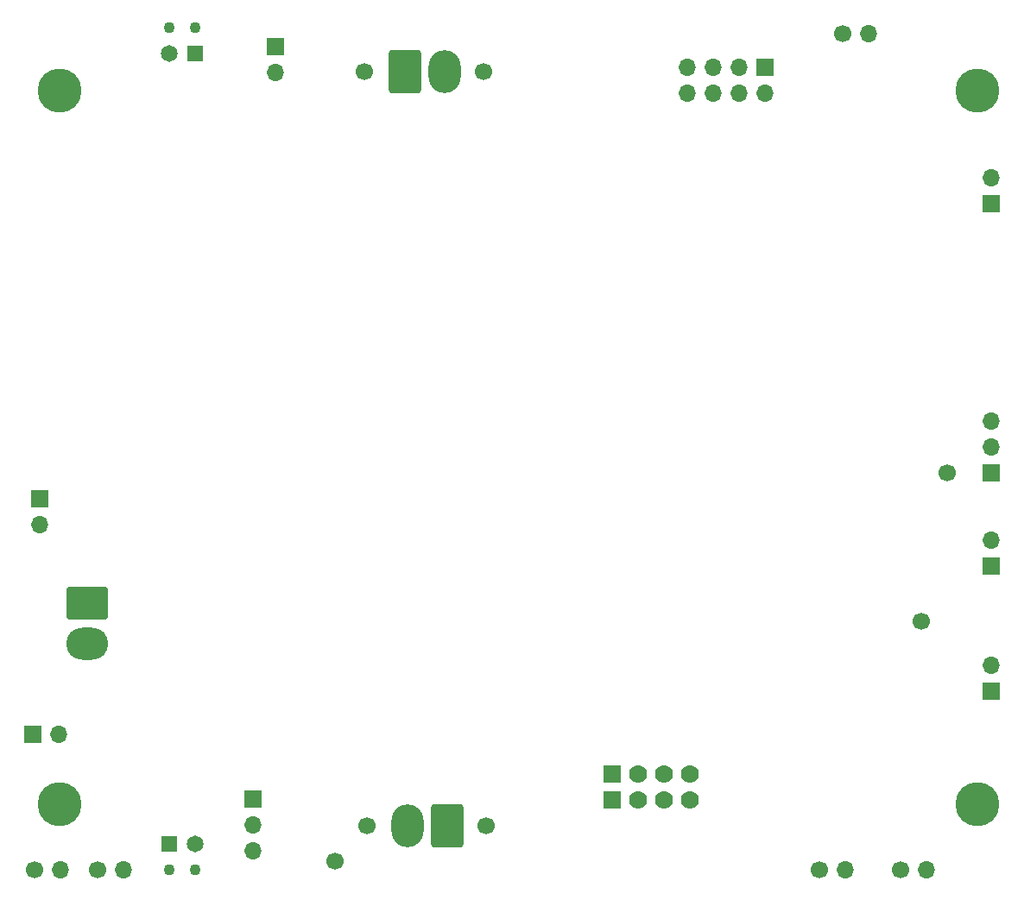
<source format=gbs>
G04 #@! TF.GenerationSoftware,KiCad,Pcbnew,9.0.5*
G04 #@! TF.CreationDate,2025-12-23T11:29:20-06:00*
G04 #@! TF.ProjectId,MotorBoard,4d6f746f-7242-46f6-9172-642e6b696361,v7*
G04 #@! TF.SameCoordinates,Original*
G04 #@! TF.FileFunction,Soldermask,Bot*
G04 #@! TF.FilePolarity,Negative*
%FSLAX46Y46*%
G04 Gerber Fmt 4.6, Leading zero omitted, Abs format (unit mm)*
G04 Created by KiCad (PCBNEW 9.0.5) date 2025-12-23 11:29:20*
%MOMM*%
%LPD*%
G01*
G04 APERTURE LIST*
G04 Aperture macros list*
%AMRoundRect*
0 Rectangle with rounded corners*
0 $1 Rounding radius*
0 $2 $3 $4 $5 $6 $7 $8 $9 X,Y pos of 4 corners*
0 Add a 4 corners polygon primitive as box body*
4,1,4,$2,$3,$4,$5,$6,$7,$8,$9,$2,$3,0*
0 Add four circle primitives for the rounded corners*
1,1,$1+$1,$2,$3*
1,1,$1+$1,$4,$5*
1,1,$1+$1,$6,$7*
1,1,$1+$1,$8,$9*
0 Add four rect primitives between the rounded corners*
20,1,$1+$1,$2,$3,$4,$5,0*
20,1,$1+$1,$4,$5,$6,$7,0*
20,1,$1+$1,$6,$7,$8,$9,0*
20,1,$1+$1,$8,$9,$2,$3,0*%
G04 Aperture macros list end*
%ADD10R,1.700000X1.700000*%
%ADD11O,1.700000X1.700000*%
%ADD12C,1.700000*%
%ADD13RoundRect,0.250000X-1.330000X-1.850000X1.330000X-1.850000X1.330000X1.850000X-1.330000X1.850000X0*%
%ADD14O,3.160000X4.200000*%
%ADD15R,1.778000X1.778000*%
%ADD16C,1.778000*%
%ADD17C,4.318000*%
%ADD18C,1.100000*%
%ADD19R,1.650000X1.650000*%
%ADD20C,1.650000*%
%ADD21RoundRect,0.250000X1.330000X1.850000X-1.330000X1.850000X-1.330000X-1.850000X1.330000X-1.850000X0*%
%ADD22RoundRect,0.250000X-1.800000X1.330000X-1.800000X-1.330000X1.800000X-1.330000X1.800000X1.330000X0*%
%ADD23O,4.100000X3.160000*%
G04 APERTURE END LIST*
D10*
X75184000Y-36700000D03*
D11*
X75184000Y-39240000D03*
D12*
X57785000Y-117475000D03*
D11*
X60325000Y-117475000D03*
D13*
X87861000Y-39116000D03*
D14*
X91821000Y-39116000D03*
D10*
X145415000Y-78486000D03*
D11*
X145415000Y-75946000D03*
X145415000Y-73406000D03*
D12*
X130810000Y-35433000D03*
D11*
X133350000Y-35433000D03*
D12*
X95885000Y-113157000D03*
D15*
X108204000Y-110617000D03*
D16*
X110744000Y-110617000D03*
X113284000Y-110617000D03*
X115824000Y-110617000D03*
D15*
X108204000Y-108077000D03*
D16*
X110744000Y-108077000D03*
X113284000Y-108077000D03*
X115824000Y-108077000D03*
D10*
X123190000Y-38735000D03*
D11*
X120650000Y-38735000D03*
X118110000Y-38735000D03*
X115570000Y-38735000D03*
X115570000Y-41275000D03*
X118110000Y-41275000D03*
X120650000Y-41275000D03*
X123190000Y-41275000D03*
D10*
X145415000Y-99949000D03*
D11*
X145415000Y-97409000D03*
D12*
X138557000Y-93091000D03*
X51557000Y-117475000D03*
D11*
X54097000Y-117475000D03*
D17*
X144000000Y-41000000D03*
X144000000Y-111000000D03*
X54000000Y-41000000D03*
D18*
X67310000Y-34798000D03*
X64770000Y-34798000D03*
D19*
X67310000Y-37338000D03*
D20*
X64770000Y-37338000D03*
D12*
X128524000Y-117475000D03*
D11*
X131064000Y-117475000D03*
D17*
X54000000Y-111000000D03*
D21*
X92075000Y-113157000D03*
D14*
X88115000Y-113157000D03*
D18*
X64770000Y-117475000D03*
X67310000Y-117475000D03*
D19*
X64770000Y-114935000D03*
D20*
X67310000Y-114935000D03*
D12*
X84201000Y-113157000D03*
D10*
X52070000Y-81021000D03*
D11*
X52070000Y-83561000D03*
D12*
X136525000Y-117475000D03*
D11*
X139065000Y-117475000D03*
D10*
X145415000Y-52070000D03*
D11*
X145415000Y-49530000D03*
D12*
X81026000Y-116586000D03*
X141097000Y-78486000D03*
X95631000Y-39116000D03*
D10*
X51430000Y-104140000D03*
D11*
X53970000Y-104140000D03*
D12*
X83947000Y-39116000D03*
D10*
X73025000Y-110490000D03*
D11*
X73025000Y-113030000D03*
X73025000Y-115570000D03*
D10*
X145415000Y-87630000D03*
D11*
X145415000Y-85090000D03*
D22*
X56769000Y-91313000D03*
D23*
X56769000Y-95273000D03*
M02*

</source>
